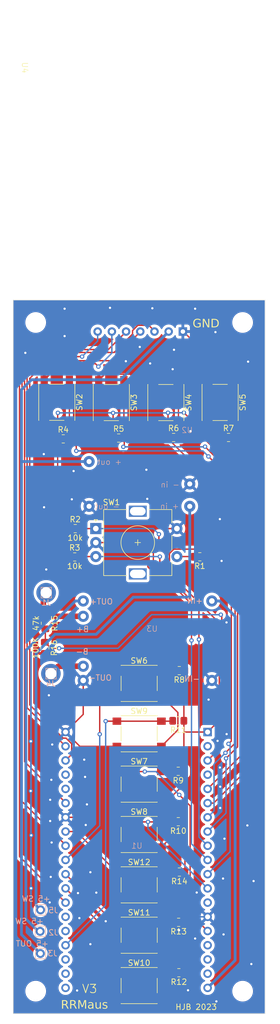
<source format=kicad_pcb>
(kicad_pcb (version 20221018) (generator pcbnew)
  (layers (0 "F.Cu" signal) (31 "B.Cu" signal) (34 "B.Paste" user) (35 "F.Paste" user) (36 "B.SilkS" user "B.Silkscreen") (37 "F.SilkS" user "F.Silkscreen") (38 "B.Mask" user) (39 "F.Mask" user) (44 "Edge.Cuts" user))
  (net 0 "")
  (net 1 "+3.3V")
  (net 3 "GNDD")
  (net 7 "Net-(U1-5V)")
  (net 8 "VDD")
  (net 9 "Net-(U1-GPIO27)")
  (net 10 "Net-(U1-GPIO26)")
  (net 11 "Net-(U1-GPIO25)")
  (net 12 "Net-(U1-GPIO32)")
  (net 13 "Net-(U1-GPIO33)")
  (net 14 "Net-(U1-GPIO34)")
  (net 15 "Net-(U1-GPIO35)")
  (net 16 "Net-(U1-GPIO5)")
  (net 17 "Net-(U1-GPIO13)")
  (net 18 "Net-(U1-GPIO14)")
  (net 19 "Net-(U1-GPIO15)")
  (net 20 "Net-(U1-GPIO16)")
  (net 21 "Net-(U1-GPIO17)")
  (net 22 "Net-(U1-GPIO19)")
  (net 23 "Net-(U1-VP)")
  (net 30 "Net-(U1-GPIO4)")
  (net 31 "Net-(U1-GPIO18)")
  (net 34 "Net-(U1-GPIO22)")
  (net 35 "Net-(U1-GPIO23)")
  (net 36 "Net-(J4-Pin_1)")
  (net 37 "Net-(U1-GPIO21)")
  (net 39 "Net-(J3-Pin_1)")
  (net 40 "+5V")
  (net 41 "Net-(J5-Pin_1)")
  (footprint "MountingHole:MountingHole_3.2mm_M3" (layer "F.Cu") (at 63.5 66.5)
    (fp_text reference "REF**" hide)
    (fp_text value "MountingHole_3.2mm_M3" hide)
  )
  (footprint "Resistor_SMD:R_0805_2012Metric_Pad1.20x1.40mm_HandSolder" (layer "F.Cu") (at 33.48 108.4)
    (fp_text reference "R3")
    (fp_text value "10k")
  )
  (footprint "Resistor_SMD:R_0805_2012Metric_Pad1.20x1.40mm_HandSolder" (layer "F.Cu") (at 51.16 87.05)
    (fp_text reference "R6")
    (fp_text value "10k")
  )
  (footprint "Resistor_SMD:R_0805_2012Metric_Pad1.20x1.40mm_HandSolder" (layer "F.Cu") (at 52 137.68 180)
    (fp_text reference "R11")
    (fp_text value "10k")
  )
  (footprint "Resistor_SMD:R_0805_2012Metric_Pad1.20x1.40mm_HandSolder" (layer "F.Cu") (at 28.14 124.64 -90)
    (fp_text reference "R16")
    (fp_text value "100K")
  )
  (footprint "MountingHole:MountingHole_3.2mm_M3" (layer "F.Cu") (at 63.5 186)
    (fp_text reference "REF**" hide)
    (fp_text value "MountingHole_3.2mm_M3" hide)
  )
  (footprint "Resistor_SMD:R_0805_2012Metric_Pad1.20x1.40mm_HandSolder" (layer "F.Cu") (at 60.98 87.05)
    (fp_text reference "R7")
    (fp_text value "10k")
  )
  (footprint "Button_Switch_SMD:SW_Push_1P1T_NO_6x6mm_H9.5mm" (layer "F.Cu") (at 30.275 80.76 -90)
    (fp_text reference "SW2")
    (fp_text value "SW_Push")
  )
  (footprint "Resistor_SMD:R_0805_2012Metric_Pad1.20x1.40mm_HandSolder" (layer "F.Cu") (at 52.19 164.71 180)
    (fp_text reference "R14")
    (fp_text value "10k")
  )
  (footprint "Button_Switch_SMD:SW_Push_1P1T_NO_6x6mm_H9.5mm" (layer "F.Cu") (at 45 158)
    (fp_text reference "SW8")
    (fp_text value "SW_Push")
  )
  (footprint "Resistor_SMD:R_0805_2012Metric_Pad1.20x1.40mm_HandSolder" (layer "F.Cu") (at 28.23 120.25 -90)
    (fp_text reference "R15")
    (fp_text value "47k")
  )
  (footprint "MountingHole:MountingHole_3.2mm_M3" (layer "F.Cu") (at 26.5 66.5)
    (fp_text reference "REF**" hide)
    (fp_text value "MountingHole_3.2mm_M3" hide)
  )
  (footprint "Button_Switch_SMD:SW_Push_1P1T_NO_6x6mm_H9.5mm" (layer "F.Cu") (at 45 185)
    (fp_text reference "SW10")
    (fp_text value "SW_Push")
  )
  (footprint "MountingHole:MountingHole_3.2mm_M3" (layer "F.Cu") (at 26.5 186)
    (fp_text reference "REF**" hide)
    (fp_text value "MountingHole_3.2mm_M3" hide)
  )
  (footprint "Resistor_SMD:R_0805_2012Metric_Pad1.20x1.40mm_HandSolder" (layer "F.Cu") (at 52.06 173.69 180)
    (fp_text reference "R13")
    (fp_text value "10k")
  )
  (footprint "Resistor_SMD:R_0805_2012Metric_Pad1.20x1.40mm_HandSolder" (layer "F.Cu") (at 52 155.71 180)
    (fp_text reference "R10")
    (fp_text value "10k")
  )
  (footprint "Resistor_SMD:R_0805_2012Metric_Pad1.20x1.40mm_HandSolder" (layer "F.Cu") (at 51.99 146.7 180)
    (fp_text reference "R9")
    (fp_text value "10k")
  )
  (footprint "TFT_Library:TFT_IPS_240x320" (layer "F.Cu") (at 25.82 9.12 -90)
    (fp_text reference "U4")
    (fp_text value "TFT_IPS_240x320")
  )
  (footprint "Resistor_SMD:R_0805_2012Metric_Pad1.20x1.40mm_HandSolder" (layer "F.Cu") (at 33.57 103.34)
    (fp_text reference "R2")
    (fp_text value "10k")
  )
  (footprint "Button_Switch_SMD:SW_Push_1P1T_NO_6x6mm_H9.5mm" (layer "F.Cu") (at 45 140)
    (fp_text reference "SW9")
    (fp_text value "SW_Push")
  )
  (footprint "Button_Switch_SMD:SW_Push_1P1T_NO_6x6mm_H9.5mm" (layer "F.Cu") (at 40.025 80.81 -90)
    (fp_text reference "SW3")
    (fp_text value "SW_Push")
  )
  (footprint "Resistor_SMD:R_0805_2012Metric_Pad1.20x1.40mm_HandSolder" (layer "F.Cu") (at 31.43 87.3)
    (fp_text reference "R4")
    (fp_text value "10k")
  )
  (footprint "Button_Switch_SMD:SW_Push_1P1T_NO_6x6mm_H9.5mm" (layer "F.Cu") (at 49.775 80.81 -90)
    (fp_text reference "SW4")
    (fp_text value "SW_Push")
  )
  (footprint "Button_Switch_SMD:SW_Push_1P1T_NO_6x6mm_H9.5mm" (layer "F.Cu") (at 45 167)
    (fp_text reference "SW12")
    (fp_text value "SW_Push")
  )
  (footprint "Button_Switch_SMD:SW_Push_1P1T_NO_6x6mm_H9.5mm" (layer "F.Cu") (at 59.475 80.79 -90)
    (fp_text reference "SW5")
    (fp_text value "SW_Push")
  )
  (footprint "Button_Switch_SMD:SW_Push_1P1T_NO_6x6mm_H9.5mm" (layer "F.Cu") (at 45.005 176)
    (fp_text reference "SW11")
    (fp_text value "SW_Push")
  )
  (footprint "Resistor_SMD:R_0805_2012Metric_Pad1.20x1.40mm_HandSolder" (layer "F.Cu") (at 55.85 108.37 180)
    (fp_text reference "R1")
    (fp_text value "10k")
  )
  (footprint "Button_Switch_SMD:SW_Push_1P1T_NO_6x6mm_H9.5mm" (layer "F.Cu") (at 45 149)
    (fp_text reference "SW7")
    (fp_text value "SW_Push")
  )
  (footprint "Resistor_SMD:R_0805_2012Metric_Pad1.20x1.40mm_HandSolder" (layer "F.Cu") (at 52.17 128.71 180)
    (fp_text reference "R8")
    (fp_text value "10k")
  )
  (footprint "Rotary_Encoder:RotaryEncoder_Alps_EC11E-Switch_Vertical_H20mm" (layer "F.Cu") (at 37.25 103.33)
    (fp_text reference "SW1")
    (fp_text value "RotaryEncoder+Switch")
  )
  (footprint "Button_Switch_SMD:SW_Push_1P1T_NO_6x6mm_H9.5mm" (layer "F.Cu") (at 45 131)
    (fp_text reference "SW6")
    (fp_text value "SW_Push")
  )
  (footprint "Resistor_SMD:R_0805_2012Metric_Pad1.20x1.40mm_HandSolder" (layer "F.Cu") (at 41.34 87.15)
    (fp_text reference "R5")
    (fp_text value "10k")
  )
  (footprint "Resistor_SMD:R_0805_2012Metric_Pad1.20x1.40mm_HandSolder" (layer "F.Cu") (at 52.1 182.7 180)
    (fp_text reference "R12")
    (fp_text value "10k")
  )
  (footprint "PWR_Library:TP4056" (layer "B.Cu") (at 59.6 132.07 180)
    (fp_text reference "U3")
    (fp_text value "TP4056")
  )
  (footprint "PWR_Library:STEPUP" (layer "B.Cu") (at 56.0475 89.8525 180)
    (fp_text reference "U2")
    (fp_text value "~")
  )
  (footprint "Connector_Pin:Pin_D0.7mm_L6.5mm_W1.8mm_FlatFork" (layer "B.Cu") (at 27.295 175.31 180)
    (fp_text reference "J2")
    (fp_text value "+5 SW")
  )
  (footprint "Connector_Pin:Pin_D0.7mm_L6.5mm_W1.8mm_FlatFork" (layer "B.Cu") (at 27.34 179.27 180)
    (fp_text reference "J3")
    (fp_text value "+5 OUT")
  )
  (footprint "Connector_Pin:Pin_D0.7mm_L6.5mm_W1.8mm_FlatFork" (layer "B.Cu") (at 28.37 114.78 180)
    (fp_text reference "J1")
    (fp_text value "VBAT+")
  )
  (footprint "ESP32_Library:ESP32Wroom 38 pins" (layer "B.Cu") (at 44.54 185.41 180)
    (fp_text reference "U1")
    (fp_text value "ESP32 Wroom 38 pins")
  )
  (footprint "Connector_Pin:Pin_D0.7mm_L6.5mm_W1.8mm_FlatFork" (layer "B.Cu") (at 27.37 171.47 180)
    (fp_text reference "J5")
    (fp_text value "+5 SW")
  )
  (footprint "Connector_Pin:Pin_D0.7mm_L6.5mm_W1.8mm_FlatFork" (layer "B.Cu") (at 29.22 129.25 180)
    (fp_text reference "J4")
    (fp_text value "VBAT-")
  )
  (gr_line (start 67.5 190) (end 67.5 62.5) (stroke (width 0.1)) (layer "Edge.Cuts"))
  (gr_line (start 22.5 62.5) (end 22.5 190) (stroke (width 0.1)) (layer "Edge.Cuts"))
  (gr_line (start 22.5 62.5) (end 67.5 62.5) (stroke (width 0.1)) (layer "Edge.Cuts"))
  (gr_line (start 22.5 190) (end 67.5 190) (stroke (width 0.1)) (layer "Edge.Cuts"))
  (gr_text "GND" (at 54.55 67.63) (layer "F.SilkS") (effects (font (size 1.5 1.5)) (justify left bottom)))
  (gr_text "V3" (at 34.69 186.46) (layer "F.SilkS") (effects (font (size 1.5 1.5)) (justify left bottom)))
  (gr_text "HJB 2023" (at 51.41 189.42) (layer "F.SilkS") (effects (font (size 1 1)) (justify left bottom)))
  (gr_text "RRMaus" (at 31 189.38) (layer "F.SilkS") (effects (font (size 1.5 1.5)) (justify left bottom)))
  (segment (start 50.16 87.26) (end 50.16 87.05) (width 0.25) (layer "F.Cu") (net 1))
  (segment (start 53 139.73) (end 53 137.68) (width 0.25) (layer "F.Cu") (net 1))
  (segment (start 30.43 82.69) (end 30.47 82.65) (width 0.25) (layer "F.Cu") (net 1))
  (segment (start 32.57 103.34) (end 32.57 108.31) (width 0.25) (layer "F.Cu") (net 1))
  (segment (start 50.16 87.05) (end 50.16 82.64) (width 0.25) (layer "F.Cu") (net 1))
  (segment (start 50.425 107.781167) (end 51.201167 107.005) (width 0.25) (layer "F.Cu") (net 1))
  (segment (start 55.485 107.005) (end 56.85 108.37) (width 0.25) (layer "F.Cu") (net 1))
  (segment (start 50.9555 151.680098) (end 50.9555 151.079902) (width 0.25) (layer "F.Cu") (net 1))
  (segment (start 53.06 173.69) (end 53.19 173.56) (width 0.25) (layer "F.Cu") (net 1))
  (segment (start 57.24 139.69) (end 53.04 139.69) (width 0.25) (layer "F.Cu") (net 1))
  (segment (start 53.19 173.56) (end 53.19 164.71) (width 0.25) (layer "F.Cu") (net 1))
  (segment (start 53 155.71) (end 52.5255 155.2355) (width 0.25) (layer "F.Cu") (net 1))
  (segment (start 53 146.69) (end 53 139.73) (width 0.25) (layer "F.Cu") (net 1))
  (segment (start 53 137.68) (end 53 128.88) (width 0.25) (layer "F.Cu") (net 1))
  (segment (start 57.435 87.05) (end 59.98 87.05) (width 0.25) (layer "F.Cu") (net 1))
  (segment (start 30.43 101.2) (end 32.57 103.34) (width 0.25) (layer "F.Cu") (net 1))
  (segment (start 52.99 146.7) (end 53 146.69) (width 0.25) (layer "F.Cu") (net 1))
  (segment (start 57.24 139.69) (end 59.325 137.605) (width 0.25) (layer "F.Cu") (net 1))
  (segment (start 53 82.615) (end 57.435 87.05) (width 0.25) (layer "F.Cu") (net 1))
  (segment (start 52.5255 155.2355) (end 52.5255 153.250098) (width 0.25) (layer "F.Cu") (net 1))
  (segment (start 53.19 155.9) (end 53 155.71) (width 0.25) (layer "F.Cu") (net 1))
  (segment (start 53.19 164.71) (end 53.19 155.9) (width 0.25) (layer "F.Cu") (net 1))
  (segment (start 30.43 87.3) (end 30.43 82.69) (width 0.25) (layer "F.Cu") (net 1))
  (segment (start 50.16 82.64) (end 50.15 82.63) (width 0.25) (layer "F.Cu") (net 1))
  (segment (start 56.85 108.37) (end 56.85 93.95) (width 0.25) (layer "F.Cu") (net 1))
  (segment (start 50.9555 151.079902) (end 52.99 149.045402) (width 0.25) (layer "F.Cu") (net 1))
  (segment (start 30.43 87.3) (end 30.43 101.2) (width 0.25) (layer "F.Cu") (net 1))
  (segment (start 32.57 108.31) (end 32.48 108.4) (width 0.25) (layer "F.Cu") (net 1))
  (segment (start 53.1 182.7) (end 53.1 173.73) (width 0.25) (layer "F.Cu") (net 1))
  (segment (start 59.325 137.605) (end 59.325 120.205) (width 0.25) (layer "F.Cu") (net 1))
  (segment (start 53.04 139.69) (end 53 139.73) (width 0.25) (layer "F.Cu") (net 1))
  (segment (start 50.425 111.305) (end 50.425 107.781167) (width 0.25) (layer "F.Cu") (net 1))
  (segment (start 53.1 173.73) (end 53.06 173.69) (width 0.25) (layer "F.Cu") (net 1))
  (segment (start 52.99 149.045402) (end 52.99 146.7) (width 0.25) (layer "F.Cu") (net 1))
  (segment (start 51.201167 107.005) (end 55.485 107.005) (width 0.25) (layer "F.Cu") (net 1))
  (segment (start 53 128.88) (end 53.17 128.71) (width 0.25) (layer "F.Cu") (net 1))
  (segment (start 52.5255 153.250098) (end 50.9555 151.680098) (width 0.25) (layer "F.Cu") (net 1))
  (segment (start 59.325 120.205) (end 50.425 111.305) (width 0.25) (layer "F.Cu") (net 1))
  (segment (start 40.34 87.15) (end 40.34 82.66) (width 0.25) (layer "F.Cu") (net 1))
  (segment (start 56.85 93.95) (end 50.16 87.26) (width 0.25) (layer "F.Cu") (net 1))
  (via (at 30.47 82.65) (size 0.8) (drill 0.4) (layers "F.Cu" "B.Cu") (net 1))
  (via (at 53 82.615) (size 0.8) (drill 0.4) (layers "F.Cu" "B.Cu") (net 1))
  (via (at 40.34 82.66) (size 0.8) (drill 0.4) (layers "F.Cu" "B.Cu") (net 1))
  (via (at 50.15 82.63) (size 0.8) (drill 0.4) (layers "F.Cu" "B.Cu") (net 1))
  (segment (start 50.12 82.66) (end 50.15 82.63) (width 0.25) (layer "B.Cu") (net 1))
  (segment (start 40.34 82.66) (end 50.12 82.66) (width 0.25) (layer "B.Cu") (net 1))
  (segment (start 50.15 82.63) (end 52.985 82.63) (width 0.25) (layer "B.Cu") (net 1))
  (segment (start 30.47 82.65) (end 40.33 82.65) (width 0.25) (layer "B.Cu") (net 1))
  (segment (start 40.33 82.65) (end 40.34 82.66) (width 0.25) (layer "B.Cu") (net 1))
  (segment (start 52.985 82.63) (end 53 82.615) (width 0.25) (layer "B.Cu") (net 1))
  (segment (start 41.025 187.25) (end 48.975 187.25) (width 0.25) (layer "F.Cu") (net 3))
  (segment (start 52.075 154.35) (end 48.975 151.25) (width 0.25) (layer "F.Cu") (net 3))
  (segment (start 46.560499 106.644501) (end 47.525 105.68) (width 0.25) (layer "F.Cu") (net 3))
  (segment (start 29.125 75.685) (end 33.47931 75.685) (width 0.25) (layer "F.Cu") (net 3))
  (segment (start 52.265 163.54) (end 48.975 160.25) (width 0.25) (layer "F.Cu") (net 3))
  (segment (start 51.915 148.31) (end 51.915 145.19) (width 0.25) (layer "F.Cu") (net 3))
  (segment (start 57.225 84.765) (end 57.225 76.815) (width 0.25) (layer "F.Cu") (net 3))
  (segment (start 52.175 184.05) (end 52.175 181.445) (width 0.25) (layer "F.Cu") (net 3))
  (segment (start 28.713507 125.64) (end 28.14 125.64) (width 0.25) (layer "F.Cu") (net 3))
  (segment (start 41.03 178.25) (end 48.98 178.25) (width 0.25) (layer "F.Cu") (net 3))
  (segment (start 35 136.53) (end 31.84 139.69) (width 0.25) (layer "F.Cu") (net 3))
  (segment (start 37.775 84.785) (end 37.775 76.835) (width 0.25) (layer "F.Cu") (net 3))
  (segment (start 37.25 105.83) (end 47.375 105.83) (width 0.25) (layer "F.Cu") (net 3))
  (segment (start 47.375 105.83) (end 47.525 105.68) (width 0.25) (layer "F.Cu") (net 3))
  (segment (start 52.075 157.15) (end 52.075 154.35) (width 0.25) (layer "F.Cu") (net 3))
  (segment (start 46.560499 110.176189) (end 46.560499 106.644501) (width 0.25) (layer "F.Cu") (net 3))
  (segment (start 41.025 133.25) (end 48.975 133.25) (width 0.25) (layer "F.Cu") (net 3))
  (segment (start 58 130.47) (end 52.26 124.73) (width 0.25) (layer "F.Cu") (net 3))
  (segment (start 48.975 169.25) (end 52.265 165.96) (width 0.25) (layer "F.Cu") (net 3))
  (segment (start 52.175 181.445) (end 48.98 178.25) (width 0.25) (layer "F.Cu") (net 3))
  (segment (start 52.26 115.87569) (end 46.560499 110.176189) (width 0.25) (layer "F.Cu") (net 3))
  (segment (start 36.21 126.21) (end 32.098391 126.21) (width 0.25) (layer "F.Cu") (net 3))
  (segment (start 37.775 76.835) (end 38.875 75.735) (width 0.25) (layer "F.Cu") (net 3))
  (segment (start 31.84 154.93) (end 37.345 154.93) (width 0.25) (layer "F.Cu") (net 3))
  (segment (start 33.47931 75.685) (end 34.62931 76.835) (width 0.25) (layer "F.Cu") (net 3))
  (segment (start 47.525 84.785) (end 47.525 76.835) (width 0.25) (layer "F.Cu") (net 3))
  (segment (start 34.4 142.25) (end 31.84 139.69) (width 0.25) (layer "F.Cu") (net 3))
  (segment (start 32.098391 126.21) (end 31.908391 126.4) (width 0.25) (layer "F.Cu") (net 3))
  (segment (start 41.025 142.25) (end 48.975 142.25) (width 0.25) (layer "F.Cu") (net 3))
  (segment (start 52.135 175.095) (end 52.135 172.41) (width 0.25) (layer "F.Cu") (net 3))
  (segment (start 46.425 75.735) (end 47.525 76.835) (width 0.25) (layer "F.Cu") (net 3))
  (segment (start 48.98 178.25) (end 52.135 175.095) (width 0.25) (layer "F.Cu") (net 3))
  (segment (start 47.8 103.33) (end 47.65 103.18) (width 0.25) (layer "F.Cu") (net 3))
  (segment (start 57.225 76.815) (end 57.225 72.425) (width 0.25) (layer "F.Cu") (net 3))
  (segment (start 52.26 124.73) (end 52.26 115.87569) (width 0.25) (layer "F.Cu") (net 3))
  (segment (start 47.525 105.68) (end 47.525 84.785) (width 0.25) (layer "F.Cu") (net 3))
  (segment (start 51.925 139.3) (end 51.925 136.2) (width 0.25) (layer "F.Cu") (net 3))
  (segment (start 37.735 127.735) (end 36.21 126.21) (width 0.25) (layer "F.Cu") (net 3))
  (segment (start 29.473507 126.4) (end 28.713507 125.64) (width 0.25) (layer "F.Cu") (net 3))
  (segment (start 31.908391 126.4) (end 29.473507 126.4) (width 0.25) (layer "F.Cu") (net 3))
  (segment (start 57.225 72.425) (end 52.89 68.09) (width 0.25) (layer "F.Cu") (net 3))
  (segment (start 51.925 136.2) (end 48.975 133.25) (width 0.25) (layer "F.Cu") (net 3))
  (segment (start 48.975 160.25) (end 52.075 157.15) (width 0.25) (layer "F.Cu") (net 3))
  (segment (start 51.75 103.33) (end 47.8 103.33) (width 0.25) (layer "F.Cu") (net 3))
  (segment (start 35 130.47) (end 37.735 127.735) (width 0.25) (layer "F.Cu") (net 3))
  (segment (start 52.245 129.98) (end 52.245 124.745) (width 0.25) (layer "F.Cu") (net 3))
  (segment (start 28.025 76.785) (end 29.125 75.685) (width 0.25) (layer "F.Cu") (net 3))
  (segment (start 35 130.47) (end 35 136.53) (width 0.25) (layer "F.Cu") (net 3))
  (segment (start 28.025 76.785) (end 28.025 84.735) (width 0.25) (layer "F.Cu") (net 3))
  (segment (start 34.62931 76.835) (end 37.775 76.835) (width 0.25) (layer "F.Cu") (net 3))
  (segment (start 38.875 75.735) (end 46.425 75.735) (width 0.25) (layer "F.Cu") (net 3))
  (segment (start 41.025 142.25) (end 34.4 142.25) (width 0.25) (layer "F.Cu") (net 3))
  (segment (start 52.245 124.745) (end 52.26 124.73) (width 0.25) (layer "F.Cu") (net 3))
  (segment (start 41.025 151.25) (end 48.975 151.25) (width 0.25) (layer "F.Cu") (net 3))
  (segment (start 48.975 187.25) (end 52.175 184.05) (width 0.25) (layer "F.Cu") (net 3))
  (segment (start 48.975 142.25) (end 51.925 139.3) (width 0.25) (layer "F.Cu") (net 3))
  (segment (start 41.025 169.25) (end 48.975 169.25) (width 0.25) (layer "F.Cu") (net 3))
  (segment (start 52.135 172.41) (end 48.975 169.25) (width 0.25) (layer "F.Cu") (net 3))
  (segment (start 41.025 160.25) (end 48.975 160.25) (width 0.25) (layer "F.Cu") (net 3))
  (segment (start 48.975 151.25) (end 51.915 148.31) (width 0.25) (layer "F.Cu") (net 3))
  (segment (start 51.915 145.19) (end 48.975 142.25) (width 0.25) (layer "F.Cu") (net 3))
  (segment (start 48.975 133.25) (end 52.245 129.98) (width 0.25) (layer "F.Cu") (net 3))
  (segment (start 37.345 154.93) (end 41.025 151.25) (width 0.25) (layer "F.Cu") (net 3))
  (segment (start 52.265 165.96) (end 52.265 163.54) (width 0.25) (layer "F.Cu") (net 3))
  (via (at 31.67 64.04) (size 0.8) (drill 0.4) (layers "F.Cu" "B.Cu") (net 3))
  (via (at 51.23 71.38) (size 0.8) (drill 0.4) (layers "F.Cu" "B.Cu") (net 3))
  (via (at 59.02 141.27) (size 0.8) (drill 0.4) (layers "F.Cu" "B.Cu") (net 3))
  (via (at 34.31 172.94) (size 0.8) (drill 0.4) (layers "F.Cu" "B.Cu") (net 3))
  (via (at 25.71 158.15) (size 0.8) (drill 0.4) (layers "F.Cu" "B.Cu") (net 3))
  (via (at 60.25 158.75) (size 0.8) (drill 0.4) (layers "F.Cu" "B.Cu") (net 3))
  (via (at 58.64 68.22) (size 0.8) (drill 0.4) (layers "F.Cu" "B.Cu") (net 3))
  (via (at 32.96 98.1) (size 0.8) (drill 0.4) (layers "F.Cu" "B.Cu") (net 3))
  (via (at 59.49 149.46) (size 0.8) (drill 0.4) (layers "F.Cu" "B.Cu") (net 3))
  (via (at 33.91 185.88) (size 0.8) (drill 0.4) (layers "F.Cu" "B.Cu") (net 3))
  (via (at 50.99 74.85) (size 0.8) (drill 0.4) (layers "F.Cu" "B.Cu") (net 3))
  (via (at 36.28 164.74) (size 0.8) (drill 0.4) (layers "F.Cu" "B.Cu") (net 3))
  (via (at 55.01 64.04) (size 0.8) (drill 0.4) (layers "F.Cu" "B.Cu") (net 3))
  (via (at 59.74 109.11) (size 0.8) (drill 0.4) (layers "F.Cu" "B.Cu") (net 3))
  (via (at 46.45 98.02) (size 0.8) (drill 0.4) (layers "F.Cu" "B.Cu") (net 3))
  (via (at 28.39 110.64) (size 0.8) (drill 0.4) (layers "F.Cu" "B.Cu") (net 3))
  (via (at 65.06 181.15) (size 0.8) (drill 0.4) (layers "F.Cu" "B.Cu") (net 3))
  (via (at 29.35 159.43) (size 0.8) (drill 0.4) (layers "F.Cu" "B.Cu") (net 3))
  (via (at 60.09 175.86) (size 0.8) (drill 0.4) (layers "F.Cu" "B.Cu") (net 3))
  (via (at 55.29 168.37) (size 0.8) (drill 0.4) (layers "F.Cu" "B.Cu") (net 3))
  (via (at 24.65 71.93) (size 0.8) (drill 0.4) (layers "F.Cu" "B.Cu") (net 3))
  (via (at 52.135 175.095) (size 0.8) (drill 0.4) (layers "F.Cu" "B.Cu") (net 3))
  (via (at 47.36 63.96) (size 0.8) (drill 0.4) (layers "F.Cu" "B.Cu") (net 3))
  (via (at 29.19 165.58) (size 0.8) (drill 0.4) (layers "F.Cu" "B.Cu") (net 3))
  (via (at 60.64 140.06) (size 0.8) (drill 0.4) (layers "F.Cu" "B.Cu") (net 3))
  (via (at 25.68 167.61) (size 0.8) (drill 0.4) (layers "F.Cu" "B.Cu") (net 3))
  (via (at 25.61 150.22) (size 0.8) (drill 0.4) (layers "F.Cu" "B.Cu") (net 3))
  (via (at 28 99.52) (size 0.8) (drill 0.4) (layers "F.Cu" "B.Cu") (net 3))
  (via (at 29.09 151.8) (size 0.8) (drill 0.4) (layers "F.Cu" "B.Cu") (net 3))
  (via (at 53.74 185.84) (size 0.8) (drill 0.4) (layers "F.Cu" "B.Cu") (net 3))
  (via (at 35.33 147.71) (size 0.8) (drill 0.4) (layers "F.Cu" "B.Cu") (net 3))
  (via (at 35.18 144.63) (size 0.8) (drill 0.4) (layers "F.Cu" "B.Cu") (net 3))
  (via (at 64.48 73.5) (size 0.8) (drill 0.4) (layers "F.Cu" "B.Cu") (net 3))
  (via (at 58.81 187.82) (size 0.8) (drill 0.4) (layers "F.Cu" "B.Cu") (net 3))
  (via (at 64.35 156.38) (size 0.8) (drill 0.4) (layers "F.Cu" "B.Cu") (net 3))
  (via (at 25.64 141.34) (size 0.8) (drill 0.4) (layers "F.Cu" "B.Cu") (net 3))
  (via (at 34.06 168.47) (size 0.8) (drill 0.4) (layers "F.Cu" "B.Cu") (net 3))
  (via (at 55.01 176.59) (size 0.8) (drill 0.4) (layers "F.Cu" "B.Cu") (net 3))
  (via (at 59.44 146.03) (size 0.8) (drill 0.4) (layers "F.Cu" "B.Cu") (net 3))
  (via (at 59.49 153.26) (size 0.8) (drill 0.4) (layers "F.Cu" "B.Cu") (net 3))
  (via (at 35.66 152.62) (size 0.8) (drill 0.4) (layers "F.Cu" "B.Cu") (net 3))
  (via (at 29.46 141.92) (size 0.8) (drill 0.4) (layers "F.Cu" "B.Cu") (net 3))
  (via (at 59.43 101.64) (size 0.8) (drill 0.4) (layers "F.Cu" "B.Cu") (net 3))
  (via (at 39.02 173.5) (size 0.8) (drill 0.4) (layers "F.Cu" "B.Cu") (net 3))
  (via (at 27.95 90.02) (size 0.8) (drill 0.4) (layers "F.Cu" "B.Cu") (net 3))
  (via (at 45.11 70.87) (size 0.8) (drill 0.4) (layers "F.Cu" "B.Cu") (net 3))
  (via (at 65.46 166.32) (size 0.8) (drill 0.4) (layers "F.Cu" "B.Cu") (net 3))
  (via (at 57.41 133.9) (size 0.8) (drill 0.4) (layers "F.Cu" "B.Cu") (net 3))
  (via (at 31.67 68.93) (size 0.8) (drill 0.4) (layers "F.Cu" "B.Cu") (net 3))
  (via (at 29 170.14) (size 0.8) (drill 0.4) (layers "F.Cu" "B.Cu") (net 3))
  (via (at 54.17 85.92) (size 0.8) (drill 0.4) (layers "F.Cu" "B.Cu") (net 3))
  (via (at 60.62 120.1) (size 0.8) (drill 0.4) (layers "F.Cu" "B.Cu") (net 3))
  (via (at 37.34 168.39) (size 0.8) (drill 0.4) (layers "F.Cu" "B.Cu") (net 3))
  (via (at 35.45 156.3) (size 0.8) (drill 0.4) (layers "F.Cu" "B.Cu") (net 3))
  (via (at 46.29 92.82) (size 0.8) (drill 0.4) (layers "F.Cu" "B.Cu") (net 3))
  (via (at 46.97 73.82) (size 0.8) (drill 0.4) (layers "F.Cu" "B.Cu") (net 3))
  (via (at 29.09 155.59) (size 0.8) (drill 0.4) (layers "F.Cu" "B.Cu") (net 3))
  (via (at 60 165.87) (size 0.8) (drill 0.4) (layers "F.Cu" "B.Cu") (net 3))
  (via (at 42.62 73.42) (size 0.8) (drill 0.4) (layers "F.Cu" "B.Cu") (net 3))
  (via (at 39.79 63.88) (size 0.8) (drill 0.4) (layers "F.Cu" "B.Cu") (net 3))
  (via (at 29.3 148.23) (size 0.8) (drill 0.4) (layers "F.Cu" "B.Cu") (net 3))
  (via (at 36.28 177.6) (size 0.8) (drill 0.4) (layers "F.Cu" "B.Cu") (net 3))
  (via (at 28.86 133.12) (size 0.8) (drill 0.4) (layers "F.Cu" "B.Cu") (net 3))
  (via (at 33.28 93.05) (size 0.8) (drill 0.4) (layers "F.Cu" "B.Cu") (net 3))
  (segment (start 54.52 172.71) (end 52.135 175.095) (width 0.25) (layer "B.Cu") (net 3))
  (segment (start 57.24 172.71) (end 54.52 172.71) (width 0.25) (layer "B.Cu") (net 3))
  (segment (start 62.16 119.015787) (end 62.16 180.49) (width 0.5) (layer "B.Cu") (net 7))
  (segment (start 59.414213 116.27) (end 62.16 119.015787) (width 0.5) (layer "B.Cu") (net 7))
  (segment (start 62.16 180.49) (end 61.830499 180.819501) (width 0.5) (layer "B.Cu") (net 7))
  (segment (start 58 116.27) (end 59.414213 116.27) (width 0.5) (layer "B.Cu") (net 7))
  (segment (start 61.830499 180.819501) (end 57.24 185.41) (width 0.5) (layer "B.Cu") (net 7))
  (segment (start 28.23 119.25) (end 27.88 118.9) (width 0.25) (layer "F.Cu") (net 8))
  (segment (start 28.23 119.25) (end 28.47 119.01) (width 0.25) (layer "F.Cu") (net 8))
  (segment (start 28.47 119.01) (end 35 119.01) (width 1) (layer "F.Cu") (net 8))
  (segment (start 27.88 118.9) (end 27.88 114.76) (width 1) (layer "F.Cu") (net 8))
  (segment (start 51.75 108.33) (end 54.81 108.33) (width 0.25) (layer "F.Cu") (net 9))
  (segment (start 61.48 115.01) (end 61.48 141.300999) (width 0.25) (layer "F.Cu") (net 9))
  (segment (start 61.48 141.300999) (end 60.980999 141.8) (width 0.25) (layer "F.Cu") (net 9))
  (segment (start 59.4 112.92) (end 59.4 112.93) (width 0.25) (layer "F.Cu") (net 9))
  (segment (start 54.85 108.37) (end 59.4 112.92) (width 0.25) (layer "F.Cu") (net 9))
  (segment (start 54.81 108.33) (end 54.85 108.37) (width 0.25) (layer "F.Cu") (net 9))
  (segment (start 59.4 112.93) (end 61.48 115.01) (width 0.25) (layer "F.Cu") (net 9))
  (via (at 60.980999 141.8) (size 0.8) (drill 0.4) (layers "F.Cu" "B.Cu") (net 9))
  (segment (start 57.24 165.09) (end 61.255998 161.074002) (width 0.25) (layer "B.Cu") (net 9))
  (segment (start 61.255998 142.074999) (end 60.980999 141.8) (width 0.25) (layer "B.Cu") (net 9))
  (segment (start 61.255998 161.074002) (end 61.255998 142.074999) (width 0.25) (layer "B.Cu") (net 9))
  (segment (start 34.57 103.34) (end 34.58 103.33) (width 0.25) (layer "F.Cu") (net 10))
  (segment (start 47.54 110) (end 47.54 107.23) (width 0.25) (layer "F.Cu") (net 10))
  (segment (start 47.57 107.2) (end 48.53 106.24) (width 0.25) (layer "F.Cu") (net 10))
  (segment (start 54.36 116.82) (end 47.54 110) (width 0.25) (layer "F.Cu") (net 10))
  (segment (start 54.36 123.32) (end 54.36 116.82) (width 0.25) (layer "F.Cu") (net 10))
  (segment (start 47.54 107.23) (end 47.57 107.2) (width 0.25) (layer "F.Cu") (net 10))
  (segment (start 34.58 103.33) (end 37.25 103.33) (width 0.25) (layer "F.Cu") (net 10))
  (segment (start 48.53 106.24) (end 48.53 104.33) (width 0.25) (layer "F.Cu") (net 10))
  (via (at 48.53 104.33) (size 0.8) (drill 0.4) (layers "F.Cu" "B.Cu") (net 10))
  (via (at 54.36 123.32) (size 0.8) (drill 0.4) (layers "F.Cu" "B.Cu") (net 10))
  (segment (start 48.53 104.33) (end 47.53 103.33) (width 0.25) (layer "B.Cu") (net 10))
  (segment (start 47.53 103.33) (end 37.25 103.33) (width 0.25) (layer "B.Cu") (net 10))
  (segment (start 54.36 159.67) (end 54.36 123.32) (width 0.25) (layer "B.Cu") (net 10))
  (segment (start 57.24 162.55) (end 54.36 159.67) (width 0.25) (layer "B.Cu") (net 10))
  (segment (start 55.69 123.15) (end 55.69 117.51431) (width 0.25) (layer "F.Cu") (net 11))
  (segment (start 55.69 117.51431) (end 48.7 110.52431) (width 0.25) (layer "F.Cu") (net 11))
  (segment (start 34.48 108.4) (end 34.55 108.33) (width 0.25) (layer "F.Cu") (net 11))
  (segment (start 48.7 110.52431) (end 48.7 108.34) (width 0.25) (layer "F.Cu") (net 11))
  (segment (start 34.55 108.33) (end 37.25 108.33) (width 0.25) (layer "F.Cu") (net 11))
  (via (at 55.69 123.15) (size 0.8) (drill 0.4) (layers "F.Cu" "B.Cu") (net 11))
  (via (at 48.7 108.34) (size 0.8) (drill 0.4) (layers "F.Cu" "B.Cu") (net 11))
  (segment (start 57.24 160.01) (end 55.69 158.46) (width 0.25) (layer "B.Cu") (net 11))
  (segment (start 55.69 158.46) (end 55.69 123.15) (width 0.25) (layer "B.Cu") (net 11))
  (segment (start 48.7 108.34) (end 48.69 108.33) (width 0.25) (layer "B.Cu") (net 11))
  (segment (start 48.69 108.33) (end 37.25 108.33) (width 0.25) (layer "B.Cu") (net 11))
  (segment (start 60.429456 143.40572) (end 62.1545 141.680676) (width 0.25) (layer "F.Cu") (net 12))
  (segment (start 32.525 87.205) (end 32.43 87.3) (width 0.25) (layer "F.Cu") (net 12))
  (segment (start 32.525 84.735) (end 32.525 87.205) (width 0.25) (layer "F.Cu") (net 12))
  (segment (start 32.525 76.785) (end 32.525 84.735) (width 0.25) (layer "F.Cu") (net 12))
  (segment (start 62.1545 141.680676) (end 62.1545 95.2045) (width 0.25) (layer "F.Cu") (net 12))
  (segment (start 33.76 88.63) (end 32.43 87.3) (width 0.25) (layer "F.Cu") (net 12))
  (segment (start 33.76 89.45) (end 33.76 88.63) (width 0.25) (layer "F.Cu") (net 12))
  (segment (start 62.1545 95.2045) (end 57.39 90.44) (width 0.25) (layer "F.Cu") (net 12))
  (via (at 60.429456 143.40572) (size 0.8) (drill 0.4) (layers "F.Cu" "B.Cu") (net 12))
  (via (at 57.39 90.44) (size 0.8) (drill 0.4) (layers "F.Cu" "B.Cu") (net 12))
  (via (at 33.76 89.45) (size 0.8) (drill 0.4) (layers "F.Cu" "B.Cu") (net 12))
  (segment (start 56.4 89.45) (end 57.39 90.44) (width 0.25) (layer "B.Cu") (net 12))
  (segment (start 57.24 154.93) (end 58.39 153.78) (width 0.25) (layer "B.Cu") (net 12))
  (segment (start 58.39 153.78) (end 58.39 145.445176) (width 0.25) (layer "B.Cu") (net 12))
  (segment (start 58.39 145.445176) (end 60.429456 143.40572) (width 0.25) (layer "B.Cu") (net 12))
  (segment (start 33.76 89.45) (end 56.4 89.45) (width 0.25) (layer "B.Cu") (net 12))
  (segment (start 42.275 76.835) (end 42.275 84.785) (width 0.25) (layer "F.Cu") (net 13))
  (segment (start 62.604001 94.514001) (end 56.78 88.69) (width 0.25) (layer "F.Cu") (net 13))
  (segment (start 60.531498 144.4) (end 62.604001 142.327497) (width 0.25) (layer "F.Cu") (net 13))
  (segment (start 42.34 84.85) (end 42.275 84.785) (width 0.25) (layer "F.Cu") (net 13))
  (segment (start 42.34 88.5555) (end 42.17 88.7255) (width 0.25) (layer "F.Cu") (net 13))
  (segment (start 42.34 87.15) (end 42.34 88.5555) (width 0.25) (layer "F.Cu") (net 13))
  (segment (start 42.34 87.15) (end 42.34 84.85) (width 0.25) (layer "F.Cu") (net 13))
  (segment (start 62.604001 142.327497) (end 62.604001 94.514001) (width 0.25) (layer "F.Cu") (net 13))
  (via (at 42.17 88.7255) (size 0.8) (drill 0.4) (layers "F.Cu" "B.Cu") (net 13))
  (via (at 56.78 88.69) (size 0.8) (drill 0.4) (layers "F.Cu" "B.Cu") (net 13))
  (via (at 60.531498 144.4) (size 0.8) (drill 0.4) (layers "F.Cu" "B.Cu") (net 13))
  (segment (start 56.7445 88.7255) (end 56.78 88.69) (width 0.25) (layer "B.Cu") (net 13))
  (segment (start 57.24 157.47) (end 60.531498 154.178502) (width 0.25) (layer "B.Cu") (net 13))
  (segment (start 42.17 88.7255) (end 56.7445 88.7255) (width 0.25) (layer "B.Cu") (net 13))
  (segment (start 60.531498 154.178502) (end 60.531498 144.4) (width 0.25) (layer "B.Cu") (net 13))
  (segment (start 52.16 87.05) (end 56.42 87.05) (width 0.25) (layer "F.Cu") (net 14))
  (segment (start 63.053502 93.683502) (end 63.053502 144.036498) (width 0.25) (layer "F.Cu") (net 14))
  (segment (start 56.42 87.05) (end 63.053502 93.683502) (width 0.25) (layer "F.Cu") (net 14))
  (segment (start 52.025 76.835) (end 52.025 84.785) (width 0.25) (layer "F.Cu") (net 14))
  (segment (start 52.025 86.915) (end 52.16 87.05) (width 0.25) (layer "F.Cu") (net 14))
  (segment (start 63.053502 144.036498) (end 57.24 149.85) (width 0.25) (layer "F.Cu") (net 14))
  (segment (start 52.025 84.785) (end 52.025 86.915) (width 0.25) (layer "F.Cu") (net 14))
  (segment (start 63.734 146.97363) (end 58.31763 152.39) (width 0.25) (layer "F.Cu") (net 15))
  (segment (start 61.725 84.765) (end 61.725 86.795) (width 0.25) (layer "F.Cu") (net 15))
  (segment (start 61.725 76.815) (end 61.725 84.765) (width 0.25) (layer "F.Cu") (net 15))
  (segment (start 58.31763 152.39) (end 57.24 152.39) (width 0.25) (layer "F.Cu") (net 15))
  (segment (start 61.725 86.795) (end 61.98 87.05) (width 0.25) (layer "F.Cu") (net 15))
  (segment (start 63.734 88.804) (end 63.734 146.97363) (width 0.25) (layer "F.Cu") (net 15))
  (segment (start 61.98 87.05) (end 63.734 88.804) (width 0.25) (layer "F.Cu") (net 15))
  (segment (start 51.13 128.75) (end 51.17 128.71) (width 0.25) (layer "F.Cu") (net 16))
  (segment (start 41.025 128.75) (end 37.95 131.825) (width 0.25) (layer "F.Cu") (net 16))
  (segment (start 48.975 128.75) (end 51.13 128.75) (width 0.25) (layer "F.Cu") (net 16))
  (segment (start 41.025 128.75) (end 48.975 128.75) (width 0.25) (layer "F.Cu") (net 16))
  (segment (start 37.95 131.825) (end 37.95 140.08) (width 0.25) (layer "F.Cu") (net 16))
  (via (at 37.95 140.08) (size 0.8) (drill 0.4) (layers "F.Cu" "B.Cu") (net 16))
  (segment (start 37.95 140.08) (end 37.95 156.44) (width 0.25) (layer "B.Cu") (net 16))
  (segment (start 37.95 156.44) (end 31.84 162.55) (width 0.25) (layer "B.Cu") (net 16))
  (segment (start 50.94 146.75) (end 50.99 146.7) (width 0.25) (layer "F.Cu") (net 17))
  (segment (start 41.025 146.75) (end 46 146.75) (width 0.25) (layer "F.Cu") (net 17))
  (segment (start 57.24 175.25) (end 54.115 172.125) (width 0.25) (layer "F.Cu") (net 17))
  (segment (start 54.115 172.125) (end 54.115 152.865) (width 0.25) (layer "F.Cu") (net 17))
  (segment (start 46 146.75) (end 48.975 146.75) (width 0.25) (layer "F.Cu") (net 17))
  (segment (start 48.975 146.75) (end 50.94 146.75) (width 0.25) (layer "F.Cu") (net 17))
  (segment (start 54.115 152.865) (end 52.17 150.92) (width 0.25) (layer "F.Cu") (net 17))
  (via (at 46 146.75) (size 0.8) (drill 0.4) (layers "F.Cu" "B.Cu") (net 17))
  (via (at 52.17 150.92) (size 0.8) (drill 0.4) (layers "F.Cu" "B.Cu") (net 17))
  (segment (start 48 146.75) (end 46 146.75) (width 0.25) (layer "B.Cu") (net 17))
  (segment (start 52.17 150.92) (end 48 146.75) (width 0.25) (layer "B.Cu") (net 17))
  (segment (start 48.975 155.75) (end 50.96 155.75) (width 0.25) (layer "F.Cu") (net 18))
  (segment (start 50.96 155.75) (end 51 155.71) (width 0.25) (layer "F.Cu") (net 18))
  (segment (start 41.025 155.75) (end 46.58 155.75) (width 0.25) (layer "F.Cu") (net 18))
  (segment (start 46.58 155.75) (end 48.975 155.75) (width 0.25) (layer "F.Cu") (net 18))
  (via (at 46.58 155.75) (size 0.8) (drill 0.4) (layers "F.Cu" "B.Cu") (net 18))
  (segment (start 46.58 156.97) (end 57.24 167.63) (width 0.25) (layer "B.Cu") (net 18))
  (segment (start 46.58 155.75) (end 46.58 156.97) (width 0.25) (layer "B.Cu") (net 18))
  (segment (start 41.025 137.75) (end 48.975 137.75) (width 0.25) (layer "F.Cu") (net 19))
  (segment (start 41.025 137.75) (end 39.01 137.75) (width 0.25) (layer "F.Cu") (net 19))
  (segment (start 50.93 137.75) (end 51 137.68) (width 0.25) (layer "F.Cu") (net 19))
  (segment (start 48.975 137.75) (end 50.93 137.75) (width 0.25) (layer "F.Cu") (net 19))
  (via (at 39.01 137.75) (size 0.8) (drill 0.4) (layers "F.Cu" "B.Cu") (net 19))
  (segment (start 39.01 170.62) (end 31.84 177.79) (width 0.25) (layer "B.Cu") (net 19))
  (segment (start 39.01 137.75) (end 39.01 170.62) (width 0.25) (layer "B.Cu") (net 19))
  (segment (start 31.84 167.63) (end 32.927 168.717) (width 0.25) (layer "F.Cu") (net 20))
  (segment (start 39.49 181.215) (end 41.025 182.75) (width 0.25) (layer "F.Cu") (net 20))
  (segment (start 39.49 175.4) (end 39.49 181.215) (width 0.25) (layer "F.Cu") (net 20))
  (segment (start 48.975 182.75) (end 51.05 182.75) (width 0.25) (layer "F.Cu") (net 20))
  (segment (start 32.927 168.717) (end 32.927 168.837) (width 0.25) (layer "F.Cu") (net 20))
  (segment (start 51.05 182.75) (end 51.1 182.7) (width 0.25) (layer "F.Cu") (net 20))
  (segment (start 32.927 168.837) (end 39.49 175.4) (width 0.25) (layer "F.Cu") (net 20))
  (segment (start 41.025 182.75) (end 48.975 182.75) (width 0.25) (layer "F.Cu") (net 20))
  (segment (start 51 173.75) (end 51.06 173.69) (width 0.25) (layer "F.Cu") (net 21))
  (segment (start 41.03 173.75) (end 48.98 173.75) (width 0.25) (layer "F.Cu") (net 21))
  (segment (start 40.5 173.75) (end 41.03 173.75) (width 0.25) (layer "F.Cu") (net 21))
  (segment (start 31.84 165.09) (end 40.5 173.75) (width 0.25) (layer "F.Cu") (net 21))
  (segment (start 48.98 173.75) (end 51 173.75) (width 0.25) (layer "F.Cu") (net 21))
  (segment (start 41.025 164.75) (end 48.975 164.75) (width 0.25) (layer "F.Cu") (net 22))
  (segment (start 51.15 164.75) (end 51.19 164.71) (width 0.25) (layer "F.Cu") (net 22))
  (segment (start 48.975 164.75) (end 51.15 164.75) (width 0.25) (layer "F.Cu") (net 22))
  (segment (start 33.745 157.47) (end 41.025 164.75) (width 0.25) (layer "F.Cu") (net 22))
  (segment (start 31.84 157.47) (end 33.745 157.47) (width 0.25) (layer "F.Cu") (net 22))
  (segment (start 59.774501 142.235499) (end 59.774501 118.893734) (width 0.25) (layer "F.Cu") (net 23))
  (segment (start 28.14 123.64) (end 29.22 124.72) (width 0.25) (layer "F.Cu") (net 23))
  (segment (start 29.22 124.72) (end 30.690949 124.72) (width 0.25) (layer "F.Cu") (net 23))
  (segment (start 28.23 121.25) (end 28.23 123.55) (width 0.25) (layer "F.Cu") (net 23))
  (segment (start 59.774501 118.893734) (end 59.604066 118.723299) (width 0.25) (layer "F.Cu") (net 23))
  (segment (start 57.24 144.77) (end 59.774501 142.235499) (width 0.25) (layer "F.Cu") (net 23))
  (segment (start 28.23 123.55) (end 28.14 123.64) (width 0.25) (layer "F.Cu") (net 23))
  (via (at 30.690949 124.72) (size 0.8) (drill 0.4) (layers "F.Cu" "B.Cu") (net 23))
  (via (at 59.604066 118.723299) (size 0.8) (drill 0.4) (layers "F.Cu" "B.Cu") (net 23))
  (segment (start 41.23 124.72) (end 30.690949 124.72) (width 0.25) (layer "B.Cu") (net 23))
  (segment (start 47.226701 118.723299) (end 41.23 124.72) (width 0.25) (layer "B.Cu") (net 23))
  (segment (start 59.604066 118.723299) (end 47.226701 118.723299) (width 0.25) (layer "B.Cu") (net 23))
  (segment (start 28 71.34) (end 23.6 75.74) (width 0.25) (layer "F.Cu") (net 30))
  (segment (start 23.6 161.93) (end 31.84 170.17) (width 0.25) (layer "F.Cu") (net 30))
  (segment (start 39.48 71.34) (end 28 71.34) (width 0.25) (layer "F.Cu") (net 30))
  (segment (start 42.73 68.09) (end 39.48 71.34) (width 0.25) (layer "F.Cu") (net 30))
  (segment (start 23.6 75.74) (end 23.6 161.93) (width 0.25) (layer "F.Cu") (net 30))
  (segment (start 31.84 159.88) (end 31.84 160.01) (width 0.25) (layer "F.Cu") (net 31))
  (segment (start 46.723 67.003) (end 44.767 67.003) (width 0.25) (layer "F.Cu") (net 31))
  (segment (start 44.767 67.003) (end 43.817 67.953) (width 0.25) (layer "F.Cu") (net 31))
  (segment (start 43.817 67.953) (end 43.817 68.573) (width 0.25) (layer "F.Cu") (net 31))
  (segment (start 43.817 68.573) (end 40.53 71.86) (width 0.25) (layer "F.Cu") (net 31))
  (segment (start 24.06 75.94) (end 24.06 152.1) (width 0.25) (layer "F.Cu") (net 31))
  (segment (start 40.53 71.86) (end 28.14 71.86) (width 0.25) (layer "F.Cu") (net 31))
  (segment (start 47.81 68.09) (end 46.723 67.003) (width 0.25) (layer "F.Cu") (net 31))
  (segment (start 28.14 71.86) (end 24.06 75.94) (width 0.25) (layer "F.Cu") (net 31))
  (segment (start 24.06 152.1) (end 31.84 159.88) (width 0.25) (layer "F.Cu") (net 31))
  (segment (start 31.924251 140.777) (end 31.389749 140.777) (width 0.25) (layer "F.Cu") (net 34))
  (segment (start 37.18 73.86) (end 37.71 74.39) (width 0.25) (layer "F.Cu") (net 34))
  (segment (start 32.927 141.779749) (end 31.924251 140.777) (width 0.25) (layer "F.Cu") (net 34))
  (segment (start 25.44 76.49) (end 28.07 73.86) (width 0.25) (layer "F.Cu") (net 34))
  (segment (start 32.927 143.683) (end 32.927 141.779749) (width 0.25) (layer "F.Cu") (net 34))
  (segment (start 31.389749 140.777) (end 25.44 134.827251) (width 0.25) (layer "F.Cu") (net 34))
  (segment (start 25.44 134.827251) (end 25.44 76.49) (width 0.25) (layer "F.Cu") (net 34))
  (segment (start 31.84 144.77) (end 32.927 143.683) (width 0.25) (layer "F.Cu") (net 34))
  (segment (start 28.07 73.86) (end 37.18 73.86) (width 0.25) (layer "F.Cu") (net 34))
  (via (at 37.71 74.39) (size 0.8) (drill 0.4) (layers "F.Cu" "B.Cu") (net 34))
  (segment (start 40.12 71.98) (end 40.12 68.12) (width 0.25) (layer "B.Cu") (net 34))
  (segment (start 37.71 74.39) (end 40.12 71.98) (width 0.25) (layer "B.Cu") (net 34))
  (segment (start 40.03 73.33) (end 27.94138 73.33) (width 0.25) (layer "F.Cu") (net 35))
  (segment (start 45.27 68.09) (end 40.03 73.33) (width 0.25) (layer "F.Cu") (net 35))
  (segment (start 27.94138 73.33) (end 24.960499 76.310881) (width 0.25) (layer "F.Cu") (net 35))
  (segment (start 24.960499 76.310881) (end 24.960499 135.350499) (width 0.25) (layer "F.Cu") (net 35))
  (segment (start 24.960499 135.350499) (end 31.84 142.23) (width 0.25) (layer "F.Cu") (net 35))
  (segment (start 35 127.93) (end 30.54 127.93) (width 1) (layer "F.Cu") (net 36))
  (segment (start 28.135 129.56) (end 29.765 127.93) (width 0.25) (layer "F.Cu") (net 36))
  (segment (start 30.54 127.93) (end 29.22 129.25) (width 1) (layer "F.Cu") (net 36))
  (segment (start 31.84 152.39) (end 31.84 152.31) (width 0.25) (layer "F.Cu") (net 37))
  (segment (start 31.84 152.31) (end 24.51 144.98) (width 0.25) (layer "F.Cu") (net 37))
  (segment (start 24.51 76.12569) (end 28.03569 72.6) (width 0.25) (layer "F.Cu") (net 37))
  (segment (start 24.51 144.98) (end 24.51 76.12569) (width 0.25) (layer "F.Cu") (net 37))
  (segment (start 28.03569 72.6) (end 34.8 72.6) (width 0.25) (layer "F.Cu") (net 37))
  (via (at 34.8 72.6) (size 0.8) (drill 0.4) (layers "F.Cu" "B.Cu") (net 37))
  (segment (start 37.58 69.82) (end 34.8 72.6) (width 0.25) (layer "B.Cu") (net 37))
  (segment (start 37.58 68.12) (end 37.58 69.82) (width 0.25) (layer "B.Cu") (net 37))
  (segment (start 25.75 76.73) (end 41.67 76.73) (width 0.5) (layer "B.Cu") (net 39))
  (segment (start 23.956 91.37) (end 23.956 78.524) (width 0.5) (layer "B.Cu") (net 39))
  (segment (start 36.0475 91.3525) (end 23.9735 91.3525) (width 0.5) (layer "B.Cu") (net 39))
  (segment (start 27.34 179.27) (end 23.956 175.886) (width 0.5) (layer "B.Cu") (net 39))
  (segment (start 23.956 175.886) (end 23.956 91.37) (width 0.5) (layer "B.Cu") (net 39))
  (segment (start 23.9735 91.3525) (end 23.956 91.37) (width 0.25) (layer "B.Cu") (net 39))
  (segment (start 41.67 76.73) (end 50.28 68.12) (width 0.5) (layer "B.Cu") (net 39))
  (segment (start 23.956 78.524) (end 25.75 76.73) (width 0.5) (layer "B.Cu") (net 39))
  (segment (start 24.75 173.085) (end 24.75 125.105787) (width 0.5) (layer "B.Cu") (net 40))
  (segment (start 24.75 125.105787) (end 33.585787 116.27) (width 0.5) (layer "B.Cu") (net 40))
  (segment (start 33.585787 116.27) (end 35 116.27) (width 0.5) (layer "B.Cu") (net 40))
  (segment (start 27.295 175.31) (end 26.975 175.31) (width 0.25) (layer "B.Cu") (net 40))
  (segment (start 26.455 174.79) (end 24.75 173.085) (width 0.5) (layer "B.Cu") (net 40))
  (segment (start 26.975 175.31) (end 26.455 174.79) (width 0.25) (layer "B.Cu") (net 40))
  (segment (start 54.0475 99.3525) (end 54.0475 115.59) (width 0.5) (layer "B.Cu") (net 41))
  (segment (start 29.96 122.22) (end 26.56 125.62) (width 0.5) (layer "B.Cu") (net 41))
  (segment (start 37.32 122.22) (end 29.96 122.22) (width 0.5) (layer "B.Cu") (net 41))
  (segment (start 26.56 170.66) (end 27.37 171.47) (width 0.5) (layer "B.Cu") (net 41))
  (segment (start 43.95 115.59) (end 37.32 122.22) (width 0.5) (layer "B.Cu") (net 41))
  (segment (start 54.0475 115.59) (end 43.95 115.59) (width 0.5) (layer "B.Cu") (net 41))
  (segment (start 26.56 125.62) (end 26.56 170.66) (width 0.5) (layer "B.Cu") (net 41))
  (zone (net 3) (net_name "GNDD") (layer "F.Cu") (connect_pads (clearance 0.5)) (min_thickness 0.25) (fill yes (thermal_gap 0.5) (thermal_bridge_width 0.5))
    (polygon (pts (xy 22.33 62.39) (xy 22.68 189.8) (xy 67.4 189.8) (xy 67.58 62.21) (xy 67.58 62.39) (xy 22.15 62.21)))
  )
  (zone (net 0) (net_name "") (layers "F&B.Cu") (connect_pads (clearance 0)) (min_thickness 0.25)
    (keepout (tracks allowed) (vias allowed) (pads allowed) (copperpour not_allowed) (footprints allowed))
    (fill (thermal_gap 0.5) (thermal_bridge_width 0.5))
    (polygon (pts (xy 33.63 135.07) (xy 33.52 142.28) (xy 55.6 142.22) (xy 55.5 134.97)))
  )
  (zone (net 3) (net_name "GNDD") (layer "B.Cu") (priority 1) (connect_pads (clearance 0.5)) (min_thickness 0.25) (fill yes (thermal_gap 0.5) (thermal_bridge_width 0.5))
    (polygon (pts (xy 21.06 60.98) (xy 70.2 61.06) (xy 69.33 191.9) (xy 20.12 191.5)))
  )
)
</source>
